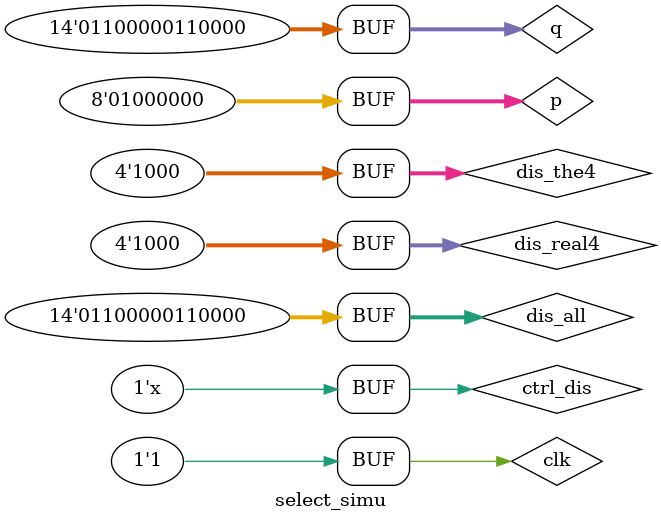
<source format=v>
`timescale 1ns / 1ps
module select_simu;
reg clk;  //10k
reg ctrl_dis;
reg [3:0] dis_the4;//ÀíÂÛÖµÏÔÊ¾Î»
reg [3:0] dis_real4;//Êµ¼ÊÖµÏÔÊ¾Î»
reg [13:0] dis_all;
reg [7:0] p; //4+4
reg [13:0] q;
wire [7:0] dis_dig;
wire [13:0] dis_num;
select u0(
.clk(clk),
.ctrl_dis(ctrl_dis),
.dis_the4(dis_the4),
.dis_real4(dis_real4),
.dis_all(dis_all),
.p(p),
.q(q),
.dis_dig(dis_dig),
.dis_num(dis_num)
);
initial begin
ctrl_dis<=1'd1;
dis_the4<=4'b1000;
dis_real4<=4'b1000;
dis_all<=13'b0110000_0110000;
p<=8'b0100_0000;
q<=14'b0110000_0110000;
end
always begin
#20 clk=1'b0;
#20 clk=1'b1;
#10000 ctrl_dis<=~ctrl_dis;
end
endmodule

</source>
